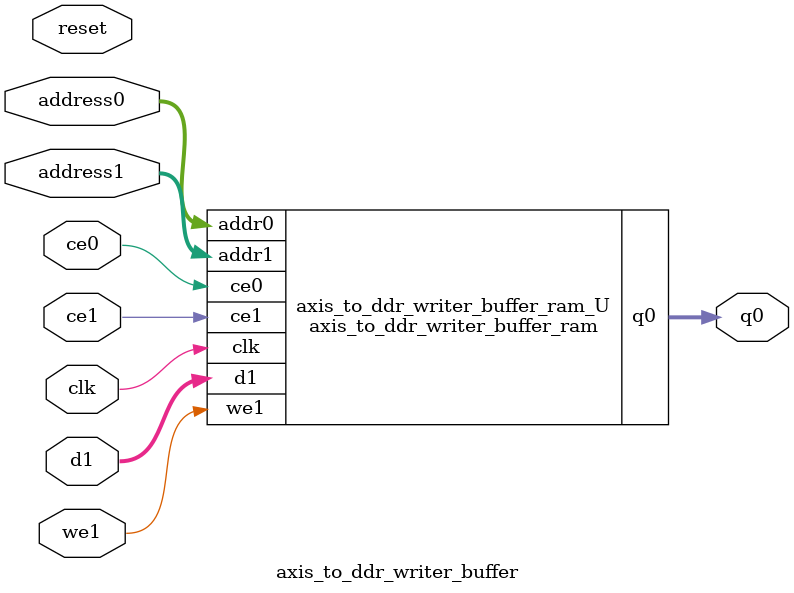
<source format=v>

`timescale 1 ns / 1 ps
module axis_to_ddr_writer_buffer_ram (addr0, ce0, q0, addr1, ce1, d1, we1,  clk);

parameter DWIDTH = 64;
parameter AWIDTH = 2;
parameter MEM_SIZE = 4;

input[AWIDTH-1:0] addr0;
input ce0;
output reg[DWIDTH-1:0] q0;
input[AWIDTH-1:0] addr1;
input ce1;
input[DWIDTH-1:0] d1;
input we1;
input clk;

(* ram_style = "block" *)reg [DWIDTH-1:0] ram[MEM_SIZE-1:0];




always @(posedge clk)  
begin 
    if (ce0) 
    begin
            q0 <= ram[addr0];
    end
end


always @(posedge clk)  
begin 
    if (ce1) 
    begin
        if (we1) 
        begin 
            ram[addr1] <= d1; 
        end 
    end
end


endmodule


`timescale 1 ns / 1 ps
module axis_to_ddr_writer_buffer(
    reset,
    clk,
    address0,
    ce0,
    q0,
    address1,
    ce1,
    we1,
    d1);

parameter DataWidth = 32'd64;
parameter AddressRange = 32'd4;
parameter AddressWidth = 32'd2;
input reset;
input clk;
input[AddressWidth - 1:0] address0;
input ce0;
output[DataWidth - 1:0] q0;
input[AddressWidth - 1:0] address1;
input ce1;
input we1;
input[DataWidth - 1:0] d1;



axis_to_ddr_writer_buffer_ram axis_to_ddr_writer_buffer_ram_U(
    .clk( clk ),
    .addr0( address0 ),
    .ce0( ce0 ),
    .q0( q0 ),
    .addr1( address1 ),
    .ce1( ce1 ),
    .d1( d1 ),
    .we1( we1 ));

endmodule


</source>
